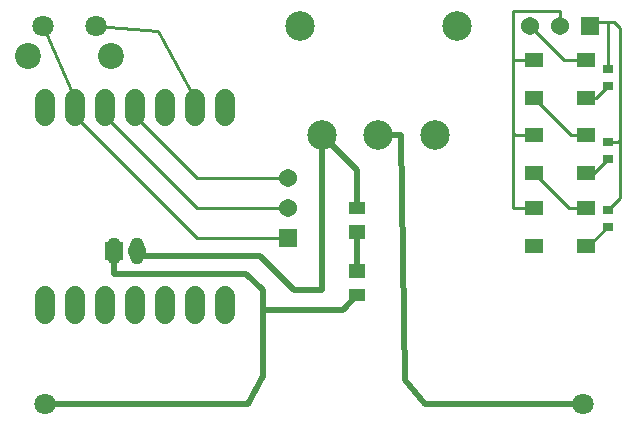
<source format=gtl>
G04 Layer: TopLayer*
G04 EasyEDA v6.5.44, 2024-08-02 20:28:38*
G04 0ec6a3b83b7b46f2a54e004fb1c0c9c6,2d99afecd3cb4a319326ca3d9e85512b,10*
G04 Gerber Generator version 0.2*
G04 Scale: 100 percent, Rotated: No, Reflected: No *
G04 Dimensions in millimeters *
G04 leading zeros omitted , absolute positions ,4 integer and 5 decimal *
%FSLAX45Y45*%
%MOMM*%

%AMMACRO1*21,1,$1,$2,0,0,$3*%
%ADD10C,0.2540*%
%ADD11C,0.5000*%
%ADD12C,1.7000*%
%ADD13MACRO1,1.377X1.1325X0.0000*%
%ADD14R,1.3770X1.1325*%
%ADD15R,0.9000X0.8000*%
%ADD16R,1.5240X1.2000*%
%ADD17MACRO1,1.2X1.524X-90.0000*%
%ADD18O,1.1999976X2.2999954*%
%ADD19C,2.5000*%
%ADD20C,1.4999*%
%ADD21C,1.8000*%
%ADD22R,1.5400X1.5400*%
%ADD23C,1.5400*%
%ADD24C,2.2000*%
%ADD25R,1.5240X1.5240*%
%ADD26C,1.5240*%
%ADD27C,0.6200*%

%LPD*%
D10*
X1270000Y8242300D02*
G01*
X2298801Y7213498D01*
X3073400Y7213498D01*
D11*
X3835400Y8086089D02*
G01*
X4025900Y8086089D01*
X4064000Y6007100D01*
X4229100Y5803900D01*
X5564377Y5803900D01*
D10*
X5829300Y9042400D02*
G01*
X5880100Y8991600D01*
X5880100Y8039100D01*
X5861199Y8020204D01*
X5778500Y8020204D01*
X5880100Y8039100D02*
G01*
X5880100Y7550304D01*
X5778500Y7448704D01*
X5778500Y8502495D02*
G01*
X5675807Y8399802D01*
X5596308Y8399802D01*
X5778500Y7880195D02*
G01*
X5663107Y7764802D01*
X5596308Y7764802D01*
X5778500Y7308695D02*
G01*
X5612307Y7142502D01*
X5596308Y7142502D01*
X5147891Y8399802D02*
G01*
X5462910Y8084797D01*
X5596308Y8084797D01*
X5147891Y7764802D02*
G01*
X5450210Y7462497D01*
X5596308Y7462497D01*
X4978400Y8722654D02*
G01*
X4981265Y8719797D01*
X5147866Y8719797D01*
X4978400Y8098543D02*
G01*
X4992154Y8084797D01*
X5147866Y8084797D01*
X3073400Y7467600D02*
G01*
X2298700Y7467600D01*
X1524000Y8242300D01*
X3073400Y7721600D02*
G01*
X2298700Y7721600D01*
X1778000Y8242300D01*
X5562699Y9042400D02*
G01*
X5829300Y9042400D01*
X5778500Y9042400D01*
X5778500Y8642504D01*
D12*
X1016000Y8242300D02*
G01*
X1016000Y8392299D01*
X1270000Y8242300D02*
G01*
X1270000Y8392299D01*
X1524000Y8242300D02*
G01*
X1524000Y8392299D01*
X1778000Y8242300D02*
G01*
X1778000Y8392299D01*
X2032000Y8242300D02*
G01*
X2032000Y8392299D01*
X2286000Y8242300D02*
G01*
X2286000Y8392299D01*
X2540000Y8242300D02*
G01*
X2540000Y8392299D01*
X2540000Y6718300D02*
G01*
X2540000Y6568300D01*
X2286000Y6718300D02*
G01*
X2286000Y6568300D01*
X2032000Y6718300D02*
G01*
X2032000Y6568300D01*
X1778000Y6718300D02*
G01*
X1778000Y6568300D01*
X1524000Y6718300D02*
G01*
X1524000Y6568300D01*
X1016000Y6718300D02*
G01*
X1016000Y6568300D01*
X1270000Y6718300D02*
G01*
X1270000Y6568300D01*
D10*
X1444205Y9004300D02*
G01*
X1968500Y8966200D01*
X2286000Y8392413D01*
X1270000Y8392299D02*
G01*
X994194Y9004300D01*
D11*
X1600200Y7099300D02*
G01*
X1600200Y6908800D01*
X2717800Y6908800D01*
X2857500Y6769100D01*
X2857500Y6045200D01*
X2730500Y5803900D01*
X1014221Y5803900D01*
D10*
X5372100Y9004300D02*
G01*
X5372100Y9131300D01*
X4978400Y9131300D01*
X4978400Y7467600D01*
X4983479Y7462520D01*
X5147818Y7462520D01*
X5118199Y9004300D02*
G01*
X5402709Y8719797D01*
X5596308Y8719797D01*
D11*
X1790700Y7099300D02*
G01*
X1828800Y7061200D01*
X2832100Y7061200D01*
X3124200Y6769100D01*
X3355340Y6769100D01*
X3355340Y8086089D01*
X3355393Y8086092D02*
G01*
X3657600Y7783883D01*
X3657600Y7465999D01*
X2857500Y6605978D02*
G01*
X3530978Y6605978D01*
X3657600Y6732600D01*
X3657600Y7110486D02*
G01*
X3657600Y6932599D01*
X3657600Y7266000D02*
G01*
X3657600Y7110486D01*
D13*
G01*
X3657600Y7265995D03*
D14*
G01*
X3657600Y7465999D03*
D13*
G01*
X3657600Y6932604D03*
D14*
G01*
X3657600Y6732600D03*
D15*
G01*
X5778500Y8502497D03*
G01*
X5778500Y8642502D03*
G01*
X5778500Y7880197D03*
G01*
X5778500Y8020202D03*
G01*
X5778500Y7308697D03*
G01*
X5778500Y7448702D03*
D16*
G01*
X5147894Y8399805D03*
D17*
G01*
X5147876Y8719799D03*
D16*
G01*
X5596305Y8719794D03*
D17*
G01*
X5596300Y8399800D03*
D16*
G01*
X5147894Y7764805D03*
D17*
G01*
X5147876Y8084799D03*
D16*
G01*
X5596305Y8084794D03*
D17*
G01*
X5596300Y7764800D03*
D16*
G01*
X5147894Y7142505D03*
D17*
G01*
X5147876Y7462499D03*
D16*
G01*
X5596305Y7462494D03*
D17*
G01*
X5596300Y7142500D03*
D18*
G01*
X1600200Y7099300D03*
G01*
X1788998Y7099300D03*
D19*
G01*
X3355390Y8086089D03*
G01*
X3835400Y8086089D03*
G01*
X4315383Y8086089D03*
G01*
X3170402Y9008084D03*
G01*
X4500397Y9008084D03*
D20*
G01*
X1016000Y6718300D03*
G01*
X2286000Y8242300D03*
G01*
X2032000Y8242300D03*
G01*
X1778000Y8242300D03*
G01*
X1524000Y8242300D03*
G01*
X1270000Y8242300D03*
G01*
X1016000Y8242300D03*
G01*
X2540000Y8242300D03*
G01*
X1270000Y6718300D03*
G01*
X1524000Y6718300D03*
G01*
X1778000Y6718300D03*
G01*
X2032000Y6718300D03*
G01*
X2286000Y6718300D03*
G01*
X2540000Y6718300D03*
D21*
G01*
X1014298Y5803900D03*
G01*
X5564276Y5803900D03*
D22*
G01*
X3073400Y7213498D03*
D23*
G01*
X3073400Y7467498D03*
G01*
X3073400Y7721498D03*
D22*
G01*
X5626201Y9004300D03*
D23*
G01*
X5372201Y9004300D03*
G01*
X5118201Y9004300D03*
D21*
G01*
X1444218Y9004300D03*
G01*
X994206Y9004300D03*
D24*
G01*
X869213Y8750300D03*
G01*
X1569212Y8750300D03*
D25*
G01*
X1600200Y7099300D03*
D26*
G01*
X1790700Y7099300D03*
D27*
G01*
X3657600Y7110476D03*
M02*

</source>
